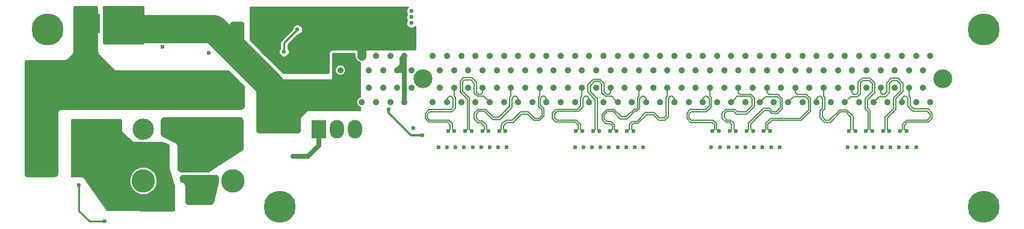
<source format=gbr>
%TF.GenerationSoftware,KiCad,Pcbnew,4.0.7*%
%TF.CreationDate,2018-05-23T21:05:09+03:00*%
%TF.ProjectId,Pci-e,5063692D652E6B696361645F70636200,rev?*%
%TF.FileFunction,Copper,L4,Bot,Mixed*%
%FSLAX46Y46*%
G04 Gerber Fmt 4.6, Leading zero omitted, Abs format (unit mm)*
G04 Created by KiCad (PCBNEW 4.0.7) date 05/23/18 21:05:09*
%MOMM*%
%LPD*%
G01*
G04 APERTURE LIST*
%ADD10C,0.100000*%
%ADD11C,0.900000*%
%ADD12C,2.650000*%
%ADD13R,1.960000X3.150000*%
%ADD14R,2.500000X1.800000*%
%ADD15R,3.000000X3.000000*%
%ADD16C,3.000000*%
%ADD17C,3.300000*%
%ADD18R,2.000000X2.600000*%
%ADD19O,2.000000X2.600000*%
%ADD20C,0.600000*%
%ADD21C,4.500000*%
%ADD22R,2.800000X2.800000*%
%ADD23C,2.800000*%
%ADD24C,0.300000*%
%ADD25C,0.250000*%
%ADD26C,0.700000*%
%ADD27C,1.300000*%
%ADD28C,1.000000*%
%ADD29C,4.000000*%
%ADD30C,0.800000*%
%ADD31C,0.152000*%
%ADD32C,0.500000*%
%ADD33C,0.650000*%
%ADD34C,0.150000*%
%ADD35C,0.254000*%
G04 APERTURE END LIST*
D10*
D11*
X-10649999Y-3260001D03*
X-11649999Y-1260001D03*
X-8649999Y-3260001D03*
X-6649999Y-3260001D03*
X-4649999Y-3260001D03*
X-2649999Y-3260001D03*
X-9649999Y-1260001D03*
X-7649999Y-1260001D03*
X-5649999Y-1260001D03*
X-3649999Y-1260001D03*
X-1649999Y-1260001D03*
X-11649999Y1239999D03*
X-10649999Y3239999D03*
X-8649999Y3239999D03*
X-9649999Y1239999D03*
X-6649999Y3239999D03*
X-7649999Y1239999D03*
X-2649999Y3239999D03*
X-3649999Y1239999D03*
X-5649999Y1239999D03*
X-4649999Y3239999D03*
X-1649999Y1239999D03*
X1350001Y-3260001D03*
X2350001Y-1260001D03*
X2350001Y1239999D03*
X1350001Y3239999D03*
D12*
X1Y-1D03*
D11*
X3350001Y-3260001D03*
X5350001Y-3260001D03*
X7350001Y-3260001D03*
X9350001Y-3260001D03*
X11350001Y-3260001D03*
X13350001Y-3260001D03*
X15350001Y-3260001D03*
X17350001Y-3260001D03*
X19350001Y-3260001D03*
X21350001Y-3260001D03*
X3350001Y3239999D03*
X5350001Y3239999D03*
X7350001Y3239999D03*
X9350001Y3239999D03*
X11350001Y3239999D03*
X13350001Y3239999D03*
X15350001Y3239999D03*
X17350001Y3239999D03*
X19350001Y3239999D03*
X21350001Y3239999D03*
X4350001Y1239999D03*
X6350001Y1239999D03*
X8350001Y1239999D03*
X10350001Y1239999D03*
X12350001Y1239999D03*
X14350001Y1239999D03*
X16350001Y1239999D03*
X18350001Y1239999D03*
X20350001Y1239999D03*
X4350001Y-1260001D03*
X6350001Y-1260001D03*
X8350001Y-1260001D03*
X10350001Y-1260001D03*
X12350001Y-1260001D03*
X14350001Y-1260001D03*
X16350001Y-1260001D03*
X18350001Y-1260001D03*
X20350001Y-1260001D03*
D12*
X73150001Y-1D03*
D11*
X22350001Y-1260001D03*
X23350001Y-3260001D03*
X24350001Y-1260001D03*
X25350001Y-3260001D03*
X26350001Y-1260001D03*
X27350001Y-3260001D03*
X28350001Y-1260001D03*
X29350001Y-3260001D03*
X30350001Y-1260001D03*
X31350001Y-3260001D03*
X32350001Y-1260001D03*
X33350001Y-3260001D03*
X34350001Y-1260001D03*
X35350001Y-3260001D03*
X36350001Y-1260001D03*
X37350001Y-3260001D03*
X38350001Y-1260001D03*
X39350001Y-3260001D03*
X40350001Y-1260001D03*
X41350001Y-3260001D03*
X42350001Y-1260001D03*
X43350001Y-3260001D03*
X44350001Y-1260001D03*
X45350001Y-3260001D03*
X46350001Y-1260001D03*
X47350001Y-3260001D03*
X48350001Y-1260001D03*
X49350001Y-3260001D03*
X50350001Y-1260001D03*
X51350001Y-3260001D03*
X52350001Y-1260001D03*
X53350001Y-3260001D03*
X54350001Y-1260001D03*
X55350001Y-3260001D03*
X56350001Y-1260001D03*
X57350001Y-3260001D03*
X58350001Y-1260001D03*
X59350001Y-3260001D03*
X60350001Y-1260001D03*
X61350001Y-3260001D03*
X62350001Y-1260001D03*
X63350001Y-3260001D03*
X64350001Y-1260001D03*
X65350001Y-3260001D03*
X66350001Y-1260001D03*
X67350001Y-3260001D03*
X68350001Y-1260001D03*
X69350001Y-3260001D03*
X70350001Y-1260001D03*
X71350001Y-3260001D03*
X22350001Y1239999D03*
X23350001Y3239999D03*
X24350001Y1239999D03*
X25350001Y3239999D03*
X26350001Y1239999D03*
X27350001Y3239999D03*
X28350001Y1239999D03*
X29350001Y3239999D03*
X30350001Y1239999D03*
X31350001Y3239999D03*
X32350001Y1239999D03*
X33350001Y3239999D03*
X34350001Y1239999D03*
X35350001Y3239999D03*
X36350001Y1239999D03*
X37350001Y3239999D03*
X38350001Y1239999D03*
X39350001Y3239999D03*
X40350001Y1239999D03*
X41350001Y3239999D03*
X42350001Y1239999D03*
X43350001Y3239999D03*
X44350001Y1239999D03*
X45350001Y3239999D03*
X46350001Y1239999D03*
X47350001Y3239999D03*
X48350001Y1239999D03*
X49350001Y3239999D03*
X50350001Y1239999D03*
X51350001Y3239999D03*
X52350001Y1239999D03*
X53350001Y3239999D03*
X54350001Y1239999D03*
X55350001Y3239999D03*
X56350001Y1239999D03*
X57350001Y3239999D03*
X58350001Y1239999D03*
X59350001Y3239999D03*
X60350001Y1239999D03*
X61350001Y3239999D03*
X62350001Y1239999D03*
X63350001Y3239999D03*
X64350001Y1239999D03*
X65350001Y3239999D03*
X66350001Y1239999D03*
X67350001Y3239999D03*
X68350001Y1239999D03*
X69350001Y3239999D03*
X70350001Y1239999D03*
X71350001Y3239999D03*
D13*
X-37650000Y-10910000D03*
X-32730000Y-10910000D03*
D14*
X-36210000Y-16420000D03*
X-32210000Y-16420000D03*
D15*
X-26790000Y-7080000D03*
D16*
X-30990000Y-7080000D03*
X-35190000Y-7080000D03*
X-39390000Y-7080000D03*
X-26790000Y-1580000D03*
X-30990000Y-1580000D03*
X-35190000Y-1580000D03*
X-39390000Y-1580000D03*
D17*
X-26790000Y-14380000D03*
X-39390000Y-14380000D03*
D18*
X-14660000Y-7090000D03*
D19*
X-12120000Y-7090000D03*
X-9580000Y-7090000D03*
D20*
X5900000Y-7360000D03*
X6800000Y-7360000D03*
X8300000Y-7360000D03*
X9200000Y-7360000D03*
X10700000Y-7360000D03*
X11600000Y-7360000D03*
X21500000Y-7360000D03*
X22400000Y-7360000D03*
X23900000Y-7360000D03*
X24800000Y-7360000D03*
X26300000Y-7360000D03*
X27200000Y-7360000D03*
X28700000Y-7360000D03*
X29600000Y-7360000D03*
X40700000Y-7360000D03*
X41600000Y-7360000D03*
X43100000Y-7360000D03*
X44000000Y-7360000D03*
X45500000Y-7360000D03*
X46400000Y-7360000D03*
X47900000Y-7360000D03*
X48800000Y-7360000D03*
X59900000Y-7360000D03*
X60800000Y-7360000D03*
X62300000Y-7360000D03*
X63200000Y-7360000D03*
X64700000Y-7360000D03*
X65600000Y-7360000D03*
X67100000Y-7360000D03*
X68000000Y-7360000D03*
D21*
X-52860000Y6990000D03*
X78840000Y6990000D03*
X78840000Y-18010000D03*
X-20160000Y-18010000D03*
D20*
X3500000Y-7360000D03*
X4400000Y-7360000D03*
D22*
X-46822000Y7786000D03*
D23*
X-41322000Y7786000D03*
D20*
X-1680000Y7880000D03*
X-1680000Y9560000D03*
X-1680000Y8720000D03*
X-4880000Y-4250000D03*
X-99265Y-7939265D03*
X59750000Y-9640000D03*
X62150000Y-9640000D03*
X60950000Y-9640000D03*
X63350000Y-9640000D03*
X64550000Y-9640000D03*
X65750000Y-9640000D03*
X66950000Y-9640000D03*
X68150000Y-9640000D03*
X69350000Y-9640000D03*
X48950000Y-9640000D03*
X46550000Y-9640000D03*
X44150000Y-9640000D03*
X41750000Y-9640000D03*
X29750000Y-9640000D03*
X27350000Y-9640000D03*
X24950000Y-9640000D03*
X22550000Y-9640000D03*
X11750000Y-9640000D03*
X10550000Y-9640000D03*
X9350000Y-9640000D03*
X8150000Y-9640000D03*
X6950000Y-9640000D03*
X5750000Y-9640000D03*
X4550000Y-9640000D03*
X3350000Y-9640000D03*
X2150000Y-9640000D03*
X50150000Y-9640000D03*
X47750000Y-9640000D03*
X45350000Y-9640000D03*
X42950000Y-9640000D03*
X40550000Y-9640000D03*
X30950000Y-9640000D03*
X28550000Y-9640000D03*
X26150000Y-9640000D03*
X23750000Y-9640000D03*
X21350000Y-9640000D03*
X-31470000Y-13930000D03*
X-55760000Y-8950000D03*
X-54610000Y-8950000D03*
X-53460000Y-4450000D03*
X-54610000Y-4450000D03*
X-52310000Y-8950000D03*
X-53460000Y-8950000D03*
X-55760000Y1550000D03*
X-55760000Y50000D03*
X-55760000Y-1450000D03*
X-55760000Y-2950000D03*
X-55760000Y-4450000D03*
X-55760000Y-5950000D03*
X-55760000Y-7450000D03*
X-55760000Y-10450000D03*
X-55760000Y-11950000D03*
X-55760000Y-13450000D03*
X-23530000Y4940000D03*
X-17500000Y-10920000D03*
X-18300000Y-10920000D03*
X-16980000Y4250000D03*
X-15920000Y4250000D03*
X-33770000Y-13930000D03*
X-29170000Y-13930000D03*
X-30320000Y-13930000D03*
X-32620000Y-13930000D03*
X-39680000Y10020000D03*
X-40830000Y10020000D03*
X-18060000Y-7220000D03*
X-19060000Y-7220000D03*
X-20060000Y-7220000D03*
X-21060000Y-7220000D03*
X-22060000Y-7220000D03*
X-23060000Y-7220000D03*
X-25710000Y6540000D03*
X-26710000Y6540000D03*
X-26710000Y7540000D03*
X-25710000Y7540000D03*
X-39680000Y7020000D03*
X-39680000Y8520000D03*
X-39680000Y5520000D03*
X-40830000Y5520000D03*
X-41980000Y5520000D03*
X-43130000Y5520000D03*
X-44280000Y5520000D03*
X-17700000Y6970000D03*
X-19590000Y3830000D03*
X-30150000Y3650000D03*
X-1410000Y-6920000D03*
X-36670000Y4500000D03*
X-43410000Y-7450000D03*
X-43410000Y-5950000D03*
X-44560000Y-5950000D03*
X-44560000Y-7450000D03*
X-44560000Y-10450000D03*
X-44560000Y-11950000D03*
X-43410000Y-11950000D03*
X-43410000Y-10450000D03*
X-43410000Y-8950000D03*
X-44560000Y-8950000D03*
X-45710000Y-8950000D03*
X-46860000Y-8950000D03*
X-48010000Y-8950000D03*
X-49160000Y-5950000D03*
X-49160000Y-7450000D03*
X-49160000Y-8950000D03*
X-49160000Y-13450000D03*
X-49160000Y-10450000D03*
X-49160000Y-11950000D03*
X-45710000Y-13450000D03*
X-48010000Y-13450000D03*
X-44800000Y-20070000D03*
X-48440000Y-14930000D03*
X-46860000Y-13450000D03*
D24*
X-1740735Y-7939265D02*
X-4880000Y-4800000D01*
X-4880000Y-4800000D02*
X-4880000Y-4250000D01*
X-99265Y-7939265D02*
X-1740735Y-7939265D01*
D25*
X-32620000Y-13930000D02*
X-31470000Y-13930000D01*
X-54610000Y-8950000D02*
X-55760000Y-8950000D01*
X-55760000Y-13450000D02*
X-55760000Y-11950000D01*
X-55660000Y-2490000D02*
X-55660000Y-1340000D01*
X-53190000Y-3780000D02*
X-41590000Y-3780000D01*
X-41590000Y-3780000D02*
X-39390000Y-1580000D01*
X-55660000Y-5940000D02*
X-55660000Y-7090000D01*
D26*
X-17500000Y-10920000D02*
X-16240000Y-10920000D01*
X-16240000Y-10920000D02*
X-14660000Y-9340000D01*
X-14660000Y-9340000D02*
X-14660000Y-7340000D01*
X-18300000Y-10920000D02*
X-17500000Y-10920000D01*
D27*
X-8649999Y3239999D02*
X-8649999Y4810000D01*
X-8649999Y4810000D02*
X-8649999Y8719999D01*
D25*
X-29170000Y-13930000D02*
X-30320000Y-13930000D01*
X-33770000Y-13930000D02*
X-32620000Y-13930000D01*
D28*
X-30990000Y-1580000D02*
X-35190000Y-1580000D01*
D29*
X-30990000Y-1580000D02*
X-28300000Y-1580000D01*
X-39390000Y-1580000D02*
X-30990000Y-1580000D01*
D30*
X-30320000Y-13930000D02*
X-31470000Y-13930000D01*
D25*
X-40830000Y8520000D02*
X-40830000Y10020000D01*
D29*
X-42830000Y7020000D02*
X-29470000Y7020000D01*
X-29470000Y7020000D02*
X-26510000Y4060000D01*
D25*
X-19060000Y-7220000D02*
X-18060000Y-7220000D01*
X-20060000Y-7220000D02*
X-19060000Y-7220000D01*
X-21060000Y-7220000D02*
X-20060000Y-7220000D01*
X-22060000Y-7220000D02*
X-21060000Y-7220000D01*
X-23060000Y-7220000D02*
X-22060000Y-7220000D01*
D29*
X-21540000Y-5670000D02*
X-20250002Y-5670000D01*
X-20250002Y-5670000D02*
X-16640002Y-2060000D01*
X-21540000Y-910000D02*
X-21540000Y-5670000D01*
X-21540000Y-910000D02*
X-26510000Y4060000D01*
D28*
X-26710000Y6540000D02*
X-26710000Y4260000D01*
X-26710000Y4260000D02*
X-26510000Y4060000D01*
X-25710000Y6540000D02*
X-25710000Y4860000D01*
X-25710000Y4860000D02*
X-26510000Y4060000D01*
X-26710000Y6540000D02*
X-25710000Y6540000D01*
X-25710000Y7540000D02*
X-26710000Y7540000D01*
D25*
X-17700000Y6970000D02*
X-19590000Y5080000D01*
X-19590000Y5080000D02*
X-19590000Y3830000D01*
D31*
X268000Y-4857040D02*
X827040Y-4298000D01*
X827040Y-4298000D02*
X3907040Y-4298000D01*
X268000Y-5572960D02*
X268000Y-4857040D01*
X797040Y-6102000D02*
X268000Y-5572960D01*
X3438878Y-6102000D02*
X797040Y-6102000D01*
X3500000Y-7360000D02*
X3798001Y-7061999D01*
X3798001Y-7061999D02*
X3798001Y-6461123D01*
X3798001Y-6461123D02*
X3438878Y-6102000D01*
X4220000Y-3985040D02*
X4220000Y-2730004D01*
X3350001Y-2760001D02*
X3350001Y-3260001D01*
X3907040Y-4298000D02*
X4220000Y-3985040D01*
X3949998Y-2460002D02*
X3650000Y-2460002D01*
X4220000Y-2730004D02*
X3949998Y-2460002D01*
X3650000Y-2460002D02*
X3350001Y-2760001D01*
X7639049Y-2464009D02*
X8554009Y-2464009D01*
X8554009Y-2464009D02*
X8564009Y-2474009D01*
X8564009Y-2474009D02*
X9350001Y-3260001D01*
X5792960Y-142000D02*
X5522000Y-412960D01*
X5522000Y-1737040D02*
X6501999Y-2717039D01*
X7639049Y-2464009D02*
X7198000Y-2022960D01*
X6501999Y-2717039D02*
X6501999Y-7061999D01*
X7198000Y-2022960D02*
X7198000Y-632960D01*
X7198000Y-632960D02*
X6707040Y-142000D01*
X6707040Y-142000D02*
X5792960Y-142000D01*
X5522000Y-412960D02*
X5522000Y-1737040D01*
X6501999Y-7061999D02*
X6800000Y-7360000D01*
X10782960Y-5692000D02*
X12480000Y-3994960D01*
X12480000Y-3994960D02*
X12480000Y-2730000D01*
X9747040Y-5692000D02*
X10782960Y-5692000D01*
X7872960Y-4552000D02*
X8607040Y-4552000D01*
X9200000Y-7360000D02*
X8901999Y-7061999D01*
X13350001Y-2760001D02*
X13350001Y-3260001D01*
X12480000Y-2730000D02*
X12750000Y-2460000D01*
X13050000Y-2460000D02*
X13350001Y-2760001D01*
X8901999Y-7061999D02*
X8901999Y-6517039D01*
X8901999Y-6517039D02*
X8245480Y-5860520D01*
X8245480Y-5860520D02*
X7815480Y-5860520D01*
X7815480Y-5860520D02*
X7472000Y-5517040D01*
X7472000Y-5517040D02*
X7472000Y-4952960D01*
X7472000Y-4952960D02*
X7872960Y-4552000D01*
X8607040Y-4552000D02*
X9747040Y-5692000D01*
X12750000Y-2460000D02*
X13050000Y-2460000D01*
X16422960Y-5822000D02*
X15547040Y-5822000D01*
X15547040Y-5822000D02*
X14667040Y-4942000D01*
X16992000Y-5252960D02*
X16422960Y-5822000D01*
X16992000Y-4237040D02*
X16992000Y-5252960D01*
X16480000Y-3725040D02*
X16992000Y-4237040D01*
X16480000Y-2730000D02*
X16480000Y-3725040D01*
X17350001Y-3260001D02*
X17350001Y-2760001D01*
X17350001Y-2760001D02*
X17050000Y-2460000D01*
X17050000Y-2460000D02*
X16750000Y-2460000D01*
X16750000Y-2460000D02*
X16480000Y-2730000D01*
X13812960Y-4942000D02*
X14667040Y-4942000D01*
X12632960Y-6122000D02*
X13812960Y-4942000D01*
X11732960Y-6122000D02*
X12632960Y-6122000D01*
X11600000Y-7360000D02*
X11301999Y-7061999D01*
X11301999Y-7061999D02*
X11301999Y-6552961D01*
X11301999Y-6552961D02*
X11732960Y-6122000D01*
X572000Y-4982960D02*
X952960Y-4602000D01*
X952960Y-4602000D02*
X4032960Y-4602000D01*
X572000Y-5447040D02*
X572000Y-4982960D01*
X922960Y-5798000D02*
X572000Y-5447040D01*
X3564798Y-5798000D02*
X922960Y-5798000D01*
X4101999Y-7061999D02*
X4101999Y-6335201D01*
X4400000Y-7360000D02*
X4101999Y-7061999D01*
X4101999Y-6335201D02*
X3564798Y-5798000D01*
X4032960Y-4602000D02*
X4524010Y-4110950D01*
X4524010Y-2604079D02*
X4350001Y-2430070D01*
X4524010Y-4110950D02*
X4524010Y-2604079D01*
X4350001Y-2430070D02*
X4350001Y-1260001D01*
X8090000Y-2160000D02*
X7764960Y-2160000D01*
X7764960Y-2160000D02*
X7502000Y-1897040D01*
X8350001Y-1899999D02*
X8090000Y-2160000D01*
X7502000Y-1897040D02*
X7502000Y-507040D01*
X8350001Y-1260001D02*
X8350001Y-1899999D01*
X6832960Y162000D02*
X5667040Y162000D01*
X6198001Y-7061999D02*
X5900000Y-7360000D01*
X5218000Y-287040D02*
X5218000Y-1862960D01*
X7502000Y-507040D02*
X6832960Y162000D01*
X5667040Y162000D02*
X5218000Y-287040D01*
X5218000Y-1862960D02*
X6198001Y-2842961D01*
X6198001Y-2842961D02*
X6198001Y-7061999D01*
X10657040Y-5388000D02*
X12175990Y-3869050D01*
X12175990Y-3869050D02*
X12175990Y-2604075D01*
X9872960Y-5388000D02*
X10657040Y-5388000D01*
X8598001Y-6642961D02*
X8119560Y-6164520D01*
X8300000Y-7360000D02*
X8598001Y-7061999D01*
X7168000Y-5642960D02*
X7168000Y-4827040D01*
X8598001Y-7061999D02*
X8598001Y-6642961D01*
X8119560Y-6164520D02*
X7689560Y-6164520D01*
X7689560Y-6164520D02*
X7168000Y-5642960D01*
X7168000Y-4827040D02*
X7747040Y-4248000D01*
X8732960Y-4248000D02*
X9872960Y-5388000D01*
X7747040Y-4248000D02*
X8732960Y-4248000D01*
X12175990Y-2604075D02*
X12350001Y-2430064D01*
X12350001Y-2430064D02*
X12350001Y-1260001D01*
X16297040Y-5518000D02*
X15672960Y-5518000D01*
X15672960Y-5518000D02*
X14792960Y-4638000D01*
X16688000Y-5127040D02*
X16297040Y-5518000D01*
X16688000Y-4362960D02*
X16688000Y-5127040D01*
X16175990Y-3850950D02*
X16688000Y-4362960D01*
X16175990Y-2604075D02*
X16175990Y-3850950D01*
X13687040Y-4638000D02*
X14792960Y-4638000D01*
X12507040Y-5818000D02*
X13687040Y-4638000D01*
X11607040Y-5818000D02*
X12507040Y-5818000D01*
X10700000Y-7360000D02*
X10998001Y-7061999D01*
X10998001Y-7061999D02*
X10998001Y-6427039D01*
X10998001Y-6427039D02*
X11607040Y-5818000D01*
X16175990Y-2604075D02*
X16350001Y-2430064D01*
X16350001Y-2430064D02*
X16350001Y-1260001D01*
D26*
X-32730000Y-10910000D02*
X-32730000Y-11510000D01*
X-32730000Y-10910000D02*
X-32730000Y-10310000D01*
D31*
X18158000Y-4777040D02*
X18687040Y-4248000D01*
X18687040Y-4248000D02*
X21737040Y-4248000D01*
X18158000Y-5582960D02*
X18158000Y-4777040D01*
X18677040Y-6102000D02*
X18158000Y-5582960D01*
X21407040Y-6102000D02*
X18677040Y-6102000D01*
X21737040Y-4248000D02*
X22175990Y-3809050D01*
X22175990Y-3809050D02*
X22175990Y-2604075D01*
X21798001Y-6492961D02*
X21407040Y-6102000D01*
X21500000Y-7360000D02*
X21798001Y-7061999D01*
X21798001Y-7061999D02*
X21798001Y-6492961D01*
X22175990Y-2604075D02*
X22350001Y-2430064D01*
X22350001Y-2430064D02*
X22350001Y-1260001D01*
X18462000Y-4902960D02*
X18812960Y-4552000D01*
X18812960Y-4552000D02*
X21862960Y-4552000D01*
X18462000Y-5457040D02*
X18462000Y-4902960D01*
X18802960Y-5798000D02*
X18462000Y-5457040D01*
X21532960Y-5798000D02*
X18802960Y-5798000D01*
X21862960Y-4552000D02*
X22480000Y-3934960D01*
X22480000Y-3934960D02*
X22480000Y-2730000D01*
X22101999Y-6367039D02*
X21532960Y-5798000D01*
X22400000Y-7360000D02*
X22101999Y-7061999D01*
X22101999Y-7061999D02*
X22101999Y-6367039D01*
X22750000Y-2460000D02*
X23050000Y-2460000D01*
X22480000Y-2730000D02*
X22750000Y-2460000D01*
X23050000Y-2460000D02*
X23350001Y-2760001D01*
X23350001Y-2760001D02*
X23350001Y-3260001D01*
X25442000Y-617040D02*
X25442000Y-1832000D01*
X25442000Y-1832000D02*
X25770000Y-2160000D01*
X24872960Y-48000D02*
X25442000Y-617040D01*
X23947040Y-48000D02*
X24872960Y-48000D01*
X23168000Y-827040D02*
X23947040Y-48000D01*
X23168000Y-1862960D02*
X23168000Y-827040D01*
X24198001Y-2892961D02*
X23168000Y-1862960D01*
X23900000Y-7360000D02*
X24198001Y-7061999D01*
X24198001Y-7061999D02*
X24198001Y-2892961D01*
X26090000Y-2160000D02*
X25770000Y-2160000D01*
X26350000Y-1900000D02*
X26090000Y-2160000D01*
X26350000Y-1896398D02*
X26350000Y-1900000D01*
X26350001Y-1260001D02*
X26350000Y-1896398D01*
X24501999Y-2767039D02*
X23472000Y-1737040D01*
X25643146Y-2464010D02*
X26554010Y-2464010D01*
X24800000Y-7360000D02*
X24501999Y-7061999D01*
X24501999Y-7061999D02*
X24501999Y-2767039D01*
X23472000Y-1737040D02*
X23472000Y-952960D01*
X26900002Y-2810002D02*
X27350001Y-3260001D01*
X23472000Y-952960D02*
X24072960Y-352000D01*
X24072960Y-352000D02*
X24747040Y-352000D01*
X25138000Y-1958864D02*
X25643146Y-2464010D01*
X26554010Y-2464010D02*
X26900002Y-2810002D01*
X24747040Y-352000D02*
X25138000Y-742960D01*
X25138000Y-742960D02*
X25138000Y-1958864D01*
X29897040Y-4278000D02*
X30175990Y-3999050D01*
X30175990Y-3999050D02*
X30175990Y-2604075D01*
X29637040Y-4278000D02*
X29897040Y-4278000D01*
X28577040Y-5338000D02*
X29637040Y-4278000D01*
X27872960Y-5338000D02*
X28577040Y-5338000D01*
X26812960Y-4278000D02*
X27872960Y-5338000D01*
X25837040Y-4278000D02*
X26812960Y-4278000D01*
X25178000Y-4937040D02*
X25837040Y-4278000D01*
X25178000Y-5732960D02*
X25178000Y-4937040D01*
X25727040Y-6282000D02*
X25178000Y-5732960D01*
X26287040Y-6282000D02*
X25727040Y-6282000D01*
X26598001Y-6592961D02*
X26287040Y-6282000D01*
X30350001Y-2430064D02*
X30350001Y-1260001D01*
X26300000Y-7360000D02*
X26598001Y-7061999D01*
X26598001Y-7061999D02*
X26598001Y-6592961D01*
X30175990Y-2604075D02*
X30350001Y-2430064D01*
X30022960Y-4582000D02*
X30480000Y-4124960D01*
X30480000Y-4124960D02*
X30480000Y-2730000D01*
X29762960Y-4582000D02*
X30022960Y-4582000D01*
X28702960Y-5642000D02*
X29762960Y-4582000D01*
X27747040Y-5642000D02*
X28702960Y-5642000D01*
X26687040Y-4582000D02*
X27747040Y-5642000D01*
X25962960Y-4582000D02*
X26687040Y-4582000D01*
X25482000Y-5062960D02*
X25962960Y-4582000D01*
X25482000Y-5607040D02*
X25482000Y-5062960D01*
X25852960Y-5978000D02*
X25482000Y-5607040D01*
X26412960Y-5978000D02*
X25852960Y-5978000D01*
X26901999Y-6467039D02*
X26412960Y-5978000D01*
X27200000Y-7360000D02*
X26901999Y-7061999D01*
X31050000Y-2460000D02*
X31350001Y-2760001D01*
X26901999Y-7061999D02*
X26901999Y-6467039D01*
X30480000Y-2730000D02*
X30750000Y-2460000D01*
X30750000Y-2460000D02*
X31050000Y-2460000D01*
X31350001Y-2760001D02*
X31350001Y-3260001D01*
X28700000Y-7360000D02*
X28998001Y-7061999D01*
X32512960Y-4738000D02*
X33262960Y-5488000D01*
X28998001Y-6387039D02*
X29439030Y-5946010D01*
X28998001Y-7061999D02*
X28998001Y-6387039D01*
X29439030Y-5946010D02*
X30099030Y-5946010D01*
X30099030Y-5946010D02*
X31307040Y-4738000D01*
X31307040Y-4738000D02*
X32512960Y-4738000D01*
X34175990Y-2604075D02*
X34350001Y-2430064D01*
X34350001Y-2430064D02*
X34350001Y-1260001D01*
X33262960Y-5488000D02*
X33889646Y-5488000D01*
X33889646Y-5488000D02*
X34175990Y-5201656D01*
X34175990Y-5201656D02*
X34175990Y-2604075D01*
X29564959Y-6250001D02*
X30224959Y-6250001D01*
X34480000Y-5327566D02*
X34480000Y-2730000D01*
X29301999Y-6512961D02*
X29564959Y-6250001D01*
X31432960Y-5042000D02*
X32387040Y-5042000D01*
X32387040Y-5042000D02*
X33137040Y-5792000D01*
X29301999Y-7061999D02*
X29301999Y-6512961D01*
X33137040Y-5792000D02*
X34015566Y-5792000D01*
X35050000Y-2460000D02*
X35350001Y-2760001D01*
X29600000Y-7360000D02*
X29301999Y-7061999D01*
X30224959Y-6250001D02*
X31432960Y-5042000D01*
X34015566Y-5792000D02*
X34480000Y-5327566D01*
X34480000Y-2730000D02*
X34750000Y-2460000D01*
X34750000Y-2460000D02*
X35050000Y-2460000D01*
X35350001Y-2760001D02*
X35350001Y-3260001D01*
X39350001Y-3260001D02*
X39350001Y-2760001D01*
X37098000Y-5575245D02*
X37634755Y-6112000D01*
X40219996Y-3785044D02*
X39717040Y-4288000D01*
X39350001Y-2760001D02*
X39650000Y-2460002D01*
X39650000Y-2460002D02*
X39949998Y-2460002D01*
X40219996Y-2730000D02*
X40219996Y-3785044D01*
X39949998Y-2460002D02*
X40219996Y-2730000D01*
X40677040Y-6112000D02*
X40998001Y-6432961D01*
X39717040Y-4288000D02*
X37567040Y-4288000D01*
X37567040Y-4288000D02*
X37098000Y-4757040D01*
X40998001Y-7061999D02*
X40700000Y-7360000D01*
X37098000Y-4757040D02*
X37098000Y-5575245D01*
X37634755Y-6112000D02*
X40677040Y-6112000D01*
X40998001Y-6432961D02*
X40998001Y-7061999D01*
X40524006Y-2604075D02*
X40524006Y-3910954D01*
X37760675Y-5808000D02*
X40802960Y-5808000D01*
X37402000Y-5449325D02*
X37760675Y-5808000D01*
X40350001Y-2430070D02*
X40524006Y-2604075D01*
X40350001Y-1260001D02*
X40350001Y-2430070D01*
X39842960Y-4592000D02*
X37692960Y-4592000D01*
X40524006Y-3910954D02*
X39842960Y-4592000D01*
X37692960Y-4592000D02*
X37402000Y-4882960D01*
X37402000Y-4882960D02*
X37402000Y-5449325D01*
X40802960Y-5808000D02*
X41301999Y-6307039D01*
X41301999Y-6307039D02*
X41301999Y-7061999D01*
X41301999Y-7061999D02*
X41600000Y-7360000D01*
X42597040Y-4248000D02*
X43825700Y-4248000D01*
X43825700Y-4248000D02*
X44245700Y-4668000D01*
X43100000Y-7360000D02*
X43398001Y-7061999D01*
X43398001Y-7061999D02*
X43398001Y-6382961D01*
X43398001Y-6382961D02*
X43117040Y-6102000D01*
X42624105Y-6102000D02*
X42065461Y-5543356D01*
X43117040Y-6102000D02*
X42624105Y-6102000D01*
X42065461Y-5543356D02*
X42065461Y-4779579D01*
X42065461Y-4779579D02*
X42597040Y-4248000D01*
X45407040Y-4668000D02*
X46308000Y-3767040D01*
X43800000Y-2810000D02*
X43350001Y-3260001D01*
X44245700Y-4668000D02*
X45407040Y-4668000D01*
X46308000Y-3767040D02*
X46308000Y-2795280D01*
X46308000Y-2795280D02*
X45976730Y-2464010D01*
X45976730Y-2464010D02*
X44145990Y-2464010D01*
X44145990Y-2464010D02*
X43800000Y-2810000D01*
X43350001Y-3260001D02*
X43350001Y-3259999D01*
X42722960Y-4552000D02*
X43642986Y-4552000D01*
X43701999Y-7061999D02*
X43701999Y-6257039D01*
X42750025Y-5798000D02*
X42369460Y-5417435D01*
X44000000Y-7360000D02*
X43701999Y-7061999D01*
X43701999Y-6257039D02*
X43242960Y-5798000D01*
X43242960Y-5798000D02*
X42750025Y-5798000D01*
X42369460Y-5417435D02*
X42369460Y-4905500D01*
X42369460Y-4905500D02*
X42722960Y-4552000D01*
X44062986Y-4972000D02*
X45532960Y-4972000D01*
X43642986Y-4552000D02*
X44062986Y-4972000D01*
X45532960Y-4972000D02*
X46612000Y-3892960D01*
X46612000Y-2669360D02*
X46102640Y-2160000D01*
X44350000Y-1970000D02*
X44350001Y-1260001D01*
X46102640Y-2160000D02*
X44540000Y-2160000D01*
X46612000Y-3892960D02*
X46612000Y-2669360D01*
X44540000Y-2160000D02*
X44350000Y-1970000D01*
X47800000Y-2810000D02*
X47350001Y-3260001D01*
X47871559Y-4143481D02*
X48748441Y-4143481D01*
X45500000Y-7360000D02*
X45798001Y-7061999D01*
X45798001Y-7061999D02*
X45798001Y-6217039D01*
X45798001Y-6217039D02*
X47871559Y-4143481D01*
X48748441Y-4143481D02*
X49192960Y-4588000D01*
X50228000Y-2882960D02*
X49815040Y-2470000D01*
X49687506Y-4588000D02*
X50228000Y-4047506D01*
X49192960Y-4588000D02*
X49687506Y-4588000D01*
X50228000Y-4047506D02*
X50228000Y-2882960D01*
X49815040Y-2470000D02*
X48140000Y-2470000D01*
X48140000Y-2470000D02*
X47800000Y-2810000D01*
X47997480Y-4447480D02*
X48622520Y-4447480D01*
X49940950Y-2165990D02*
X48605990Y-2165990D01*
X48350000Y-1910000D02*
X48350000Y-1896398D01*
X46101999Y-7061999D02*
X46101999Y-6342961D01*
X46400000Y-7360000D02*
X46101999Y-7061999D01*
X46101999Y-6342961D02*
X47997480Y-4447480D01*
X48622520Y-4447480D02*
X49067040Y-4892000D01*
X49067040Y-4892000D02*
X49813426Y-4892000D01*
X49813426Y-4892000D02*
X50532000Y-4173426D01*
X50532000Y-4173426D02*
X50532000Y-2757040D01*
X50532000Y-2757040D02*
X49940950Y-2165990D01*
X48605990Y-2165990D02*
X48350000Y-1910000D01*
X48350000Y-1896398D02*
X48350001Y-1260001D01*
X47900000Y-7360000D02*
X48198001Y-7061999D01*
X48198001Y-7061999D02*
X48198001Y-6267039D01*
X48198001Y-6267039D02*
X48927040Y-5538000D01*
X48927040Y-5538000D02*
X53047040Y-5538000D01*
X53047040Y-5538000D02*
X54198000Y-4387040D01*
X54198000Y-4387040D02*
X54198000Y-2892960D01*
X54198000Y-2892960D02*
X53775040Y-2470000D01*
X52140000Y-2470000D02*
X51800000Y-2810000D01*
X53775040Y-2470000D02*
X52140000Y-2470000D01*
X51800000Y-2810000D02*
X51350001Y-3260001D01*
X48501999Y-6392961D02*
X49052960Y-5842000D01*
X53172960Y-5842000D02*
X54502000Y-4512960D01*
X49052960Y-5842000D02*
X53172960Y-5842000D01*
X53900950Y-2165990D02*
X52605990Y-2165990D01*
X48501999Y-7061999D02*
X48501999Y-6392961D01*
X48800000Y-7360000D02*
X48501999Y-7061999D01*
X54502000Y-4512960D02*
X54502000Y-2767040D01*
X54502000Y-2767040D02*
X53900950Y-2165990D01*
X52605990Y-2165990D02*
X52350000Y-1910000D01*
X52350000Y-1910000D02*
X52350000Y-1896398D01*
X52350000Y-1896398D02*
X52350001Y-1260001D01*
X55868000Y-4437040D02*
X56220000Y-4085040D01*
X56220000Y-4085040D02*
X56220000Y-2730004D01*
X55868000Y-5472960D02*
X55868000Y-4437040D01*
X56507040Y-6112000D02*
X55868000Y-5472960D01*
X57272960Y-6112000D02*
X56507040Y-6112000D01*
X58732960Y-4652000D02*
X57272960Y-6112000D01*
X59477040Y-4652000D02*
X58732960Y-4652000D01*
X60198001Y-5372961D02*
X59477040Y-4652000D01*
X59900000Y-7360000D02*
X60198001Y-7061999D01*
X60198001Y-7061999D02*
X60198001Y-5372961D01*
X55350001Y-2760001D02*
X55350001Y-3260001D01*
X55650000Y-2460002D02*
X55350001Y-2760001D01*
X55949998Y-2460002D02*
X55650000Y-2460002D01*
X56220000Y-2730004D02*
X55949998Y-2460002D01*
X56172000Y-4562960D02*
X56524010Y-4210950D01*
X56524010Y-4210950D02*
X56524010Y-2604079D01*
X56172000Y-5347040D02*
X56172000Y-4562960D01*
X56632960Y-5808000D02*
X56172000Y-5347040D01*
X57147040Y-5808000D02*
X56632960Y-5808000D01*
X58607040Y-4348000D02*
X57147040Y-5808000D01*
X59602960Y-4348000D02*
X58607040Y-4348000D01*
X60501999Y-5247039D02*
X59602960Y-4348000D01*
X60800000Y-7360000D02*
X60501999Y-7061999D01*
X60501999Y-7061999D02*
X60501999Y-5247039D01*
X56350001Y-2430070D02*
X56350001Y-1260001D01*
X56524010Y-2604079D02*
X56350001Y-2430070D01*
X61492000Y-582960D02*
X61852960Y-222000D01*
X61852960Y-222000D02*
X62747040Y-222000D01*
X61492000Y-2075337D02*
X61492000Y-582960D01*
X59350001Y-3260001D02*
X60140000Y-2470000D01*
X60140000Y-2470000D02*
X61097337Y-2470000D01*
X61097337Y-2470000D02*
X61492000Y-2075337D01*
X62747040Y-222000D02*
X63198000Y-672960D01*
X62188000Y-2797040D02*
X62188000Y-4182960D01*
X63198000Y-672960D02*
X63198000Y-1787040D01*
X63198000Y-1787040D02*
X62188000Y-2797040D01*
X62188000Y-4182960D02*
X62598001Y-4592961D01*
X62598001Y-4592961D02*
X62598001Y-7061999D01*
X62598001Y-7061999D02*
X62300000Y-7360000D01*
X61188000Y-457040D02*
X61727040Y82000D01*
X61727040Y82000D02*
X62872960Y82000D01*
X61188000Y-1949417D02*
X61188000Y-457040D01*
X60350001Y-1260001D02*
X60350000Y-1900000D01*
X60350000Y-1900000D02*
X60615990Y-2165990D01*
X60615990Y-2165990D02*
X60971427Y-2165990D01*
X60971427Y-2165990D02*
X61188000Y-1949417D01*
X62492000Y-4057040D02*
X62901999Y-4467039D01*
X62872960Y82000D02*
X63502000Y-547040D01*
X63502000Y-547040D02*
X63502000Y-1912960D01*
X63502000Y-1912960D02*
X62492000Y-2922960D01*
X62492000Y-2922960D02*
X62492000Y-4057040D01*
X62901999Y-4467039D02*
X62901999Y-7061999D01*
X62901999Y-7061999D02*
X63200000Y-7360000D01*
X63350001Y-3260001D02*
X64140000Y-2470000D01*
X64140000Y-2470000D02*
X65036854Y-2470000D01*
X65552000Y-652960D02*
X65982960Y-222000D01*
X66687040Y-222000D02*
X67208000Y-742960D01*
X65036854Y-2470000D02*
X65552000Y-1954854D01*
X65552000Y-1954854D02*
X65552000Y-652960D01*
X65982960Y-222000D02*
X66687040Y-222000D01*
X66188000Y-2677040D02*
X66188000Y-4167040D01*
X67208000Y-742960D02*
X67208000Y-1657040D01*
X67208000Y-1657040D02*
X66188000Y-2677040D01*
X66188000Y-4167040D02*
X64998001Y-5357039D01*
X64998001Y-5357039D02*
X64998001Y-7061999D01*
X64998001Y-7061999D02*
X64700000Y-7360000D01*
X65248000Y-1827990D02*
X65248000Y-527040D01*
X64350001Y-1260001D02*
X64350000Y-1910000D01*
X64350000Y-1910000D02*
X64605990Y-2165990D01*
X64605990Y-2165990D02*
X64910000Y-2165990D01*
X64910000Y-2165990D02*
X65248000Y-1827990D01*
X65857040Y82000D02*
X65248000Y-527040D01*
X66812960Y82000D02*
X65857040Y82000D01*
X67512000Y-617040D02*
X66812960Y82000D01*
X67512000Y-1782960D02*
X67512000Y-617040D01*
X66492000Y-2802960D02*
X67512000Y-1782960D01*
X66492000Y-4292960D02*
X66492000Y-2802960D01*
X65301999Y-5482961D02*
X66492000Y-4292960D01*
X65600000Y-7360000D02*
X65301999Y-7061999D01*
X65301999Y-7061999D02*
X65301999Y-5482961D01*
X68887040Y-4542000D02*
X68220000Y-3874960D01*
X68220000Y-3874960D02*
X68220000Y-2730004D01*
X70927040Y-4542000D02*
X68887040Y-4542000D01*
X71318000Y-4932960D02*
X70927040Y-4542000D01*
X71318000Y-5407040D02*
X71318000Y-4932960D01*
X70927040Y-5798000D02*
X71318000Y-5407040D01*
X68027040Y-5798000D02*
X70927040Y-5798000D01*
X67398001Y-6427039D02*
X68027040Y-5798000D01*
X67100000Y-7360000D02*
X67398001Y-7061999D01*
X67398001Y-7061999D02*
X67398001Y-6427039D01*
X67949998Y-2460002D02*
X67650000Y-2460002D01*
X68220000Y-2730004D02*
X67949998Y-2460002D01*
X67650000Y-2460002D02*
X67350001Y-2760001D01*
X67350001Y-2760001D02*
X67350001Y-3260001D01*
X69012960Y-4238000D02*
X68524010Y-3749050D01*
X68524010Y-3749050D02*
X68524010Y-2604079D01*
X71052960Y-4238000D02*
X69012960Y-4238000D01*
X71622000Y-4807040D02*
X71052960Y-4238000D01*
X71622000Y-5532960D02*
X71622000Y-4807040D01*
X71052960Y-6102000D02*
X71622000Y-5532960D01*
X68152960Y-6102000D02*
X71052960Y-6102000D01*
X67701999Y-6552961D02*
X68152960Y-6102000D01*
X68000000Y-7360000D02*
X67701999Y-7061999D01*
X67701999Y-7061999D02*
X67701999Y-6552961D01*
X68350001Y-2430070D02*
X68350001Y-1260001D01*
X68524010Y-2604079D02*
X68350001Y-2430070D01*
D25*
X-37650000Y-10910000D02*
X-37650000Y-11350000D01*
D26*
X-37650000Y-10910000D02*
X-37650000Y-10310000D01*
X-37650000Y-10910000D02*
X-37650000Y-11510000D01*
X-37650000Y-10910000D02*
X-37650000Y-11390000D01*
D32*
X-35480000Y-16010000D02*
X-35830000Y-16010000D01*
D25*
X-43410000Y-5950000D02*
X-43410000Y-7450000D01*
X-44560000Y-7450000D02*
X-44560000Y-5950000D01*
X-44560000Y-11950000D02*
X-44560000Y-10450000D01*
X-44560000Y-8950000D02*
X-43410000Y-8950000D01*
X-45710000Y-8950000D02*
X-44560000Y-8950000D01*
X-48010000Y-8950000D02*
X-46860000Y-8950000D01*
X-49160000Y-8950000D02*
X-49160000Y-7450000D01*
X-49160000Y-11950000D02*
X-49160000Y-10450000D01*
X-48010000Y-13450000D02*
X-48010000Y-11950000D01*
X-44800000Y-20070000D02*
X-46940000Y-20070000D01*
X-46940000Y-20070000D02*
X-48440000Y-18570000D01*
X-48440000Y-15354264D02*
X-48440000Y-18570000D01*
X-48440000Y-14930000D02*
X-48440000Y-15354264D01*
D33*
X-3649999Y1239999D02*
X-2980000Y1909998D01*
X-2980000Y1909998D02*
X-2980000Y2909998D01*
X-2980000Y2909998D02*
X-2649999Y3239999D01*
X-2649999Y-3260001D02*
X-2649999Y1070000D01*
X-2649999Y1070000D02*
X-2649999Y3239999D01*
X-3649999Y1239999D02*
X-3013603Y1239999D01*
X-3013603Y1239999D02*
X-2843604Y1070000D01*
X-2843604Y1070000D02*
X-2649999Y1070000D01*
D34*
G36*
X-25797018Y-5454564D02*
X-25627668Y-5488382D01*
X-25490390Y-5580216D01*
X-25398671Y-5717578D01*
X-25365000Y-5886951D01*
X-25365000Y-9702806D01*
X-25389066Y-9846850D01*
X-25455640Y-9969693D01*
X-25563185Y-10068500D01*
X-30081960Y-13013111D01*
X-30197731Y-13066647D01*
X-30323959Y-13085000D01*
X-34062612Y-13085000D01*
X-34232079Y-13051291D01*
X-34369481Y-12959481D01*
X-34461291Y-12822079D01*
X-34495000Y-12652612D01*
X-34495000Y-9486450D01*
X-34496381Y-9472125D01*
X-34532861Y-9284644D01*
X-34543603Y-9258085D01*
X-34647720Y-9097961D01*
X-34667638Y-9077367D01*
X-34824199Y-8967966D01*
X-34836732Y-8960893D01*
X-35770269Y-8546542D01*
X-35789778Y-8537332D01*
X-36594170Y-8134341D01*
X-36723587Y-8036197D01*
X-36805219Y-7903997D01*
X-36835000Y-7744320D01*
X-36835000Y-5876338D01*
X-36813286Y-5739318D01*
X-36752988Y-5621053D01*
X-36659082Y-5527226D01*
X-36540766Y-5467032D01*
X-36403727Y-5445436D01*
X-25797018Y-5454564D01*
X-25797018Y-5454564D01*
G37*
X-25797018Y-5454564D02*
X-25627668Y-5488382D01*
X-25490390Y-5580216D01*
X-25398671Y-5717578D01*
X-25365000Y-5886951D01*
X-25365000Y-9702806D01*
X-25389066Y-9846850D01*
X-25455640Y-9969693D01*
X-25563185Y-10068500D01*
X-30081960Y-13013111D01*
X-30197731Y-13066647D01*
X-30323959Y-13085000D01*
X-34062612Y-13085000D01*
X-34232079Y-13051291D01*
X-34369481Y-12959481D01*
X-34461291Y-12822079D01*
X-34495000Y-12652612D01*
X-34495000Y-9486450D01*
X-34496381Y-9472125D01*
X-34532861Y-9284644D01*
X-34543603Y-9258085D01*
X-34647720Y-9097961D01*
X-34667638Y-9077367D01*
X-34824199Y-8967966D01*
X-34836732Y-8960893D01*
X-35770269Y-8546542D01*
X-35789778Y-8537332D01*
X-36594170Y-8134341D01*
X-36723587Y-8036197D01*
X-36805219Y-7903997D01*
X-36835000Y-7744320D01*
X-36835000Y-5876338D01*
X-36813286Y-5739318D01*
X-36752988Y-5621053D01*
X-36659082Y-5527226D01*
X-36540766Y-5467032D01*
X-36403727Y-5445436D01*
X-25797018Y-5454564D01*
G36*
X-42603592Y-5709679D02*
X-42547295Y-5747295D01*
X-42509679Y-5803592D01*
X-42495000Y-5877388D01*
X-42495000Y-7257429D01*
X-42494313Y-7267557D01*
X-42485196Y-7334454D01*
X-42479776Y-7353970D01*
X-42453090Y-7415989D01*
X-42442645Y-7433343D01*
X-42400337Y-7485959D01*
X-42393456Y-7493421D01*
X-40943876Y-8865993D01*
X-40932692Y-8874733D01*
X-40853314Y-8925453D01*
X-40827061Y-8935910D01*
X-40734550Y-8953657D01*
X-40720420Y-8955000D01*
X-36675577Y-8955000D01*
X-36596419Y-8970321D01*
X-35890418Y-9254257D01*
X-35840976Y-9283313D01*
X-35806062Y-9321426D01*
X-35783873Y-9368106D01*
X-35775538Y-9424843D01*
X-35784884Y-12461922D01*
X-35784073Y-12473151D01*
X-35773098Y-12547184D01*
X-35770616Y-12558165D01*
X-34994320Y-15090828D01*
X-34985000Y-15153039D01*
X-34985000Y-18383835D01*
X-34994466Y-18443561D01*
X-35019222Y-18492110D01*
X-35057776Y-18530624D01*
X-35106348Y-18555328D01*
X-35166090Y-18564733D01*
X-44373567Y-18555142D01*
X-44434383Y-18545250D01*
X-44483584Y-18519534D01*
X-44526422Y-18475250D01*
X-47114509Y-14761226D01*
X-41315333Y-14761226D01*
X-41022887Y-15469000D01*
X-40481849Y-16010984D01*
X-39774586Y-16304665D01*
X-39008774Y-16305333D01*
X-38301000Y-16012887D01*
X-37759016Y-15471849D01*
X-37465335Y-14764586D01*
X-37464667Y-13998774D01*
X-37757113Y-13291000D01*
X-38298151Y-12749016D01*
X-39005414Y-12455335D01*
X-39771226Y-12454667D01*
X-40479000Y-12747113D01*
X-41020984Y-13288151D01*
X-41314665Y-13995414D01*
X-41315333Y-14761226D01*
X-47114509Y-14761226D01*
X-47683855Y-13944190D01*
X-47691492Y-13934914D01*
X-47747012Y-13877540D01*
X-47766203Y-13863208D01*
X-47836980Y-13826262D01*
X-47859710Y-13818711D01*
X-47938525Y-13805962D01*
X-47950501Y-13805000D01*
X-49342612Y-13805000D01*
X-49416408Y-13790321D01*
X-49472705Y-13752705D01*
X-49510321Y-13696408D01*
X-49525000Y-13622612D01*
X-49525000Y-5877388D01*
X-49510321Y-5803592D01*
X-49472705Y-5747295D01*
X-49416408Y-5709679D01*
X-49342612Y-5695000D01*
X-42677388Y-5695000D01*
X-42603592Y-5709679D01*
X-42603592Y-5709679D01*
G37*
X-42603592Y-5709679D02*
X-42547295Y-5747295D01*
X-42509679Y-5803592D01*
X-42495000Y-5877388D01*
X-42495000Y-7257429D01*
X-42494313Y-7267557D01*
X-42485196Y-7334454D01*
X-42479776Y-7353970D01*
X-42453090Y-7415989D01*
X-42442645Y-7433343D01*
X-42400337Y-7485959D01*
X-42393456Y-7493421D01*
X-40943876Y-8865993D01*
X-40932692Y-8874733D01*
X-40853314Y-8925453D01*
X-40827061Y-8935910D01*
X-40734550Y-8953657D01*
X-40720420Y-8955000D01*
X-36675577Y-8955000D01*
X-36596419Y-8970321D01*
X-35890418Y-9254257D01*
X-35840976Y-9283313D01*
X-35806062Y-9321426D01*
X-35783873Y-9368106D01*
X-35775538Y-9424843D01*
X-35784884Y-12461922D01*
X-35784073Y-12473151D01*
X-35773098Y-12547184D01*
X-35770616Y-12558165D01*
X-34994320Y-15090828D01*
X-34985000Y-15153039D01*
X-34985000Y-18383835D01*
X-34994466Y-18443561D01*
X-35019222Y-18492110D01*
X-35057776Y-18530624D01*
X-35106348Y-18555328D01*
X-35166090Y-18564733D01*
X-44373567Y-18555142D01*
X-44434383Y-18545250D01*
X-44483584Y-18519534D01*
X-44526422Y-18475250D01*
X-47114509Y-14761226D01*
X-41315333Y-14761226D01*
X-41022887Y-15469000D01*
X-40481849Y-16010984D01*
X-39774586Y-16304665D01*
X-39008774Y-16305333D01*
X-38301000Y-16012887D01*
X-37759016Y-15471849D01*
X-37465335Y-14764586D01*
X-37464667Y-13998774D01*
X-37757113Y-13291000D01*
X-38298151Y-12749016D01*
X-39005414Y-12455335D01*
X-39771226Y-12454667D01*
X-40479000Y-12747113D01*
X-41020984Y-13288151D01*
X-41314665Y-13995414D01*
X-41315333Y-14761226D01*
X-47114509Y-14761226D01*
X-47683855Y-13944190D01*
X-47691492Y-13934914D01*
X-47747012Y-13877540D01*
X-47766203Y-13863208D01*
X-47836980Y-13826262D01*
X-47859710Y-13818711D01*
X-47938525Y-13805962D01*
X-47950501Y-13805000D01*
X-49342612Y-13805000D01*
X-49416408Y-13790321D01*
X-49472705Y-13752705D01*
X-49510321Y-13696408D01*
X-49525000Y-13622612D01*
X-49525000Y-5877388D01*
X-49510321Y-5803592D01*
X-49472705Y-5747295D01*
X-49416408Y-5709679D01*
X-49342612Y-5695000D01*
X-42677388Y-5695000D01*
X-42603592Y-5709679D01*
D35*
G36*
X-39397000Y10137491D02*
X-39397000Y5222509D01*
X-39412467Y5144749D01*
X-39449430Y5089430D01*
X-39504749Y5052467D01*
X-39582509Y5037000D01*
X-44837491Y5037000D01*
X-44915251Y5052467D01*
X-44970570Y5089430D01*
X-45007533Y5144749D01*
X-45023000Y5222509D01*
X-45023000Y10137491D01*
X-45009970Y10203000D01*
X-39410030Y10203000D01*
X-39397000Y10137491D01*
X-39397000Y10137491D01*
G37*
X-39397000Y10137491D02*
X-39397000Y5222509D01*
X-39412467Y5144749D01*
X-39449430Y5089430D01*
X-39504749Y5052467D01*
X-39582509Y5037000D01*
X-44837491Y5037000D01*
X-44915251Y5052467D01*
X-44970570Y5089430D01*
X-45007533Y5144749D01*
X-45023000Y5222509D01*
X-45023000Y10137491D01*
X-45009970Y10203000D01*
X-39410030Y10203000D01*
X-39397000Y10137491D01*
D25*
G36*
X-17637431Y-4785807D02*
X-17516567Y-4866567D01*
X-17435807Y-4987431D01*
X-17405000Y-5142310D01*
X-17405000Y-7157690D01*
X-17435807Y-7312569D01*
X-17516567Y-7433433D01*
X-17637431Y-7514193D01*
X-17792310Y-7545000D01*
X-23027690Y-7545000D01*
X-23182569Y-7514193D01*
X-23303433Y-7433433D01*
X-23384193Y-7312569D01*
X-23415000Y-7157690D01*
X-23415000Y-5142310D01*
X-23384193Y-4987431D01*
X-23303433Y-4866567D01*
X-23182569Y-4785807D01*
X-23027690Y-4755000D01*
X-17792310Y-4755000D01*
X-17637431Y-4785807D01*
X-17637431Y-4785807D01*
G37*
X-17637431Y-4785807D02*
X-17516567Y-4866567D01*
X-17435807Y-4987431D01*
X-17405000Y-5142310D01*
X-17405000Y-7157690D01*
X-17435807Y-7312569D01*
X-17516567Y-7433433D01*
X-17637431Y-7514193D01*
X-17792310Y-7545000D01*
X-23027690Y-7545000D01*
X-23182569Y-7514193D01*
X-23303433Y-7433433D01*
X-23384193Y-7312569D01*
X-23415000Y-7157690D01*
X-23415000Y-5142310D01*
X-23384193Y-4987431D01*
X-23303433Y-4866567D01*
X-23182569Y-4785807D01*
X-23027690Y-4755000D01*
X-17792310Y-4755000D01*
X-17637431Y-4785807D01*
D34*
G36*
X-9574999Y3239999D02*
X-9504588Y2886017D01*
X-9304073Y2585925D01*
X-9003981Y2385410D01*
X-8825000Y2349809D01*
X-8825000Y-2547858D01*
X-9060142Y-2645017D01*
X-9264266Y-2848785D01*
X-9374873Y-3115157D01*
X-9375125Y-3403580D01*
X-9264983Y-3670144D01*
X-9061215Y-3874268D01*
X-8825000Y-3972353D01*
X-8825000Y-4402613D01*
X-8832067Y-4438140D01*
X-8848006Y-4461994D01*
X-8871860Y-4477933D01*
X-8907387Y-4485000D01*
X-16349096Y-4485000D01*
X-16379503Y-4479893D01*
X-16401012Y-4468166D01*
X-16417507Y-4450060D01*
X-16427184Y-4427557D01*
X-16429443Y-4396804D01*
X-16348626Y-3530909D01*
X-16348503Y-3518444D01*
X-16352143Y-3468892D01*
X-16358041Y-3444760D01*
X-16377668Y-3399115D01*
X-16391126Y-3378233D01*
X-16424587Y-3341504D01*
X-16444127Y-3326164D01*
X-16487750Y-3302380D01*
X-16511231Y-3294265D01*
X-16560231Y-3286036D01*
X-16572652Y-3285000D01*
X-20632613Y-3285000D01*
X-20668140Y-3277933D01*
X-20691994Y-3261994D01*
X-20707933Y-3238140D01*
X-20715000Y-3202613D01*
X-20715000Y-217387D01*
X-20707933Y-181860D01*
X-20691994Y-158006D01*
X-20668140Y-142067D01*
X-20632613Y-135000D01*
X-12950000Y-135000D01*
X-12935368Y-133559D01*
X-12877965Y-122141D01*
X-12850929Y-110942D01*
X-12802266Y-78426D01*
X-12781574Y-57734D01*
X-12749058Y-9071D01*
X-12737859Y17965D01*
X-12726441Y75368D01*
X-12725000Y90000D01*
X-12725000Y1096420D01*
X-12375125Y1096420D01*
X-12264983Y829856D01*
X-12061215Y625732D01*
X-11794843Y515125D01*
X-11506420Y514873D01*
X-11239856Y625015D01*
X-11035732Y828783D01*
X-10925125Y1095155D01*
X-10924873Y1383578D01*
X-11035015Y1650142D01*
X-11238783Y1854266D01*
X-11505155Y1964873D01*
X-11793578Y1965125D01*
X-12060142Y1854983D01*
X-12264266Y1651215D01*
X-12374873Y1384843D01*
X-12375125Y1096420D01*
X-12725000Y1096420D01*
X-12725000Y3532613D01*
X-12717933Y3568140D01*
X-12701994Y3591994D01*
X-12678140Y3607933D01*
X-12642613Y3615000D01*
X-9574999Y3615000D01*
X-9574999Y3239999D01*
X-9574999Y3239999D01*
G37*
X-9574999Y3239999D02*
X-9504588Y2886017D01*
X-9304073Y2585925D01*
X-9003981Y2385410D01*
X-8825000Y2349809D01*
X-8825000Y-2547858D01*
X-9060142Y-2645017D01*
X-9264266Y-2848785D01*
X-9374873Y-3115157D01*
X-9375125Y-3403580D01*
X-9264983Y-3670144D01*
X-9061215Y-3874268D01*
X-8825000Y-3972353D01*
X-8825000Y-4402613D01*
X-8832067Y-4438140D01*
X-8848006Y-4461994D01*
X-8871860Y-4477933D01*
X-8907387Y-4485000D01*
X-16349096Y-4485000D01*
X-16379503Y-4479893D01*
X-16401012Y-4468166D01*
X-16417507Y-4450060D01*
X-16427184Y-4427557D01*
X-16429443Y-4396804D01*
X-16348626Y-3530909D01*
X-16348503Y-3518444D01*
X-16352143Y-3468892D01*
X-16358041Y-3444760D01*
X-16377668Y-3399115D01*
X-16391126Y-3378233D01*
X-16424587Y-3341504D01*
X-16444127Y-3326164D01*
X-16487750Y-3302380D01*
X-16511231Y-3294265D01*
X-16560231Y-3286036D01*
X-16572652Y-3285000D01*
X-20632613Y-3285000D01*
X-20668140Y-3277933D01*
X-20691994Y-3261994D01*
X-20707933Y-3238140D01*
X-20715000Y-3202613D01*
X-20715000Y-217387D01*
X-20707933Y-181860D01*
X-20691994Y-158006D01*
X-20668140Y-142067D01*
X-20632613Y-135000D01*
X-12950000Y-135000D01*
X-12935368Y-133559D01*
X-12877965Y-122141D01*
X-12850929Y-110942D01*
X-12802266Y-78426D01*
X-12781574Y-57734D01*
X-12749058Y-9071D01*
X-12737859Y17965D01*
X-12726441Y75368D01*
X-12725000Y90000D01*
X-12725000Y1096420D01*
X-12375125Y1096420D01*
X-12264983Y829856D01*
X-12061215Y625732D01*
X-11794843Y515125D01*
X-11506420Y514873D01*
X-11239856Y625015D01*
X-11035732Y828783D01*
X-10925125Y1095155D01*
X-10924873Y1383578D01*
X-11035015Y1650142D01*
X-11238783Y1854266D01*
X-11505155Y1964873D01*
X-11793578Y1965125D01*
X-12060142Y1854983D01*
X-12264266Y1651215D01*
X-12374873Y1384843D01*
X-12375125Y1096420D01*
X-12725000Y1096420D01*
X-12725000Y3532613D01*
X-12717933Y3568140D01*
X-12701994Y3591994D01*
X-12678140Y3607933D01*
X-12642613Y3615000D01*
X-9574999Y3615000D01*
X-9574999Y3239999D01*
G36*
X-29039402Y-13636426D02*
X-28911732Y-13721732D01*
X-28826426Y-13849402D01*
X-28795000Y-14007388D01*
X-28795000Y-14402086D01*
X-28809539Y-14517115D01*
X-29534615Y-17339736D01*
X-29593459Y-17472802D01*
X-29687959Y-17575016D01*
X-29810474Y-17641114D01*
X-29953989Y-17665000D01*
X-32992612Y-17665000D01*
X-33162079Y-17631291D01*
X-33299481Y-17539481D01*
X-33391291Y-17402079D01*
X-33425000Y-17232612D01*
X-33425000Y-15130521D01*
X-33426350Y-15116355D01*
X-33462024Y-14930879D01*
X-33472534Y-14904569D01*
X-33574466Y-14745559D01*
X-33593985Y-14725025D01*
X-33747629Y-14615172D01*
X-33759938Y-14608031D01*
X-33910943Y-14538651D01*
X-34047039Y-14441345D01*
X-34133400Y-14306624D01*
X-34165000Y-14142332D01*
X-34165000Y-14007388D01*
X-34133574Y-13849402D01*
X-34048268Y-13721732D01*
X-33920598Y-13636426D01*
X-33762612Y-13605000D01*
X-29197388Y-13605000D01*
X-29039402Y-13636426D01*
X-29039402Y-13636426D01*
G37*
X-29039402Y-13636426D02*
X-28911732Y-13721732D01*
X-28826426Y-13849402D01*
X-28795000Y-14007388D01*
X-28795000Y-14402086D01*
X-28809539Y-14517115D01*
X-29534615Y-17339736D01*
X-29593459Y-17472802D01*
X-29687959Y-17575016D01*
X-29810474Y-17641114D01*
X-29953989Y-17665000D01*
X-32992612Y-17665000D01*
X-33162079Y-17631291D01*
X-33299481Y-17539481D01*
X-33391291Y-17402079D01*
X-33425000Y-17232612D01*
X-33425000Y-15130521D01*
X-33426350Y-15116355D01*
X-33462024Y-14930879D01*
X-33472534Y-14904569D01*
X-33574466Y-14745559D01*
X-33593985Y-14725025D01*
X-33747629Y-14615172D01*
X-33759938Y-14608031D01*
X-33910943Y-14538651D01*
X-34047039Y-14441345D01*
X-34133400Y-14306624D01*
X-34165000Y-14142332D01*
X-34165000Y-14007388D01*
X-34133574Y-13849402D01*
X-34048268Y-13721732D01*
X-33920598Y-13636426D01*
X-33762612Y-13605000D01*
X-29197388Y-13605000D01*
X-29039402Y-13636426D01*
D24*
G36*
X-25250000Y-1089087D02*
X-25250000Y-3815226D01*
X-25279357Y-3962815D01*
X-25354591Y-4075409D01*
X-25467185Y-4150643D01*
X-25614774Y-4180000D01*
X-49085226Y-4180000D01*
X-49232815Y-4150643D01*
X-49345409Y-4075409D01*
X-49420643Y-3962815D01*
X-49450000Y-3815226D01*
X-49450000Y655226D01*
X-49420643Y802815D01*
X-49345409Y915409D01*
X-49232815Y990643D01*
X-49085226Y1020000D01*
X-27359088Y1020000D01*
X-25250000Y-1089087D01*
X-25250000Y-1089087D01*
G37*
X-25250000Y-1089087D02*
X-25250000Y-3815226D01*
X-25279357Y-3962815D01*
X-25354591Y-4075409D01*
X-25467185Y-4150643D01*
X-25614774Y-4180000D01*
X-49085226Y-4180000D01*
X-49232815Y-4150643D01*
X-49345409Y-4075409D01*
X-49420643Y-3962815D01*
X-49450000Y-3815226D01*
X-49450000Y655226D01*
X-49420643Y802815D01*
X-49345409Y915409D01*
X-49232815Y990643D01*
X-49085226Y1020000D01*
X-27359088Y1020000D01*
X-25250000Y-1089087D01*
D35*
G36*
X-25337636Y6167000D02*
X-27083000Y6167000D01*
X-27083000Y7913000D01*
X-25346366Y7913000D01*
X-25337636Y6167000D01*
X-25337636Y6167000D01*
G37*
X-25337636Y6167000D02*
X-27083000Y6167000D01*
X-27083000Y7913000D01*
X-25346366Y7913000D01*
X-25337636Y6167000D01*
G36*
X-2304434Y9978022D02*
X-2416872Y9707242D01*
X-2417128Y9414045D01*
X-2305163Y9143068D01*
X-2302276Y9140176D01*
X-2304434Y9138022D01*
X-2416872Y8867242D01*
X-2417128Y8574045D01*
X-2305163Y8303068D01*
X-2302276Y8300176D01*
X-2304434Y8298022D01*
X-2416872Y8027242D01*
X-2417128Y7734045D01*
X-2305163Y7463068D01*
X-2098022Y7255566D01*
X-1827242Y7143128D01*
X-1534045Y7142872D01*
X-1263068Y7254837D01*
X-1157000Y7360720D01*
X-1157000Y4322509D01*
X-1172467Y4244749D01*
X-1209430Y4189430D01*
X-1264749Y4152467D01*
X-1342509Y4137000D01*
X-12870000Y4137000D01*
X-12894776Y4134560D01*
X-13009581Y4111724D01*
X-13055363Y4092761D01*
X-13152690Y4027729D01*
X-13187729Y3992690D01*
X-13252761Y3895363D01*
X-13271724Y3849581D01*
X-13294560Y3734776D01*
X-13297000Y3710000D01*
X-13297000Y1062509D01*
X-13312467Y984749D01*
X-13349430Y929430D01*
X-13404749Y892467D01*
X-13482509Y877000D01*
X-19633227Y877000D01*
X-19710987Y892467D01*
X-19776910Y936516D01*
X-22524439Y3684045D01*
X-20327128Y3684045D01*
X-20215163Y3413068D01*
X-20008022Y3205566D01*
X-19737242Y3093128D01*
X-19444045Y3092872D01*
X-19173068Y3204837D01*
X-18965566Y3411978D01*
X-18853128Y3682758D01*
X-18852872Y3975955D01*
X-18964837Y4246932D01*
X-19028000Y4310205D01*
X-19028000Y4847212D01*
X-17642263Y6232949D01*
X-17554045Y6232872D01*
X-17283068Y6344837D01*
X-17075566Y6551978D01*
X-16963128Y6822758D01*
X-16962872Y7115955D01*
X-17074837Y7386932D01*
X-17281978Y7594434D01*
X-17552758Y7706872D01*
X-17845955Y7707128D01*
X-18116932Y7595163D01*
X-18324434Y7388022D01*
X-18436872Y7117242D01*
X-18436950Y7027838D01*
X-19987394Y5477394D01*
X-20109220Y5295068D01*
X-20152000Y5080000D01*
X-20152000Y4310347D01*
X-20214434Y4248022D01*
X-20326872Y3977242D01*
X-20327128Y3684045D01*
X-22524439Y3684045D01*
X-24283484Y5443090D01*
X-24327533Y5509013D01*
X-24343000Y5586773D01*
X-24343000Y10089871D01*
X-24342504Y10093000D01*
X-2189256Y10093000D01*
X-2304434Y9978022D01*
X-2304434Y9978022D01*
G37*
X-2304434Y9978022D02*
X-2416872Y9707242D01*
X-2417128Y9414045D01*
X-2305163Y9143068D01*
X-2302276Y9140176D01*
X-2304434Y9138022D01*
X-2416872Y8867242D01*
X-2417128Y8574045D01*
X-2305163Y8303068D01*
X-2302276Y8300176D01*
X-2304434Y8298022D01*
X-2416872Y8027242D01*
X-2417128Y7734045D01*
X-2305163Y7463068D01*
X-2098022Y7255566D01*
X-1827242Y7143128D01*
X-1534045Y7142872D01*
X-1263068Y7254837D01*
X-1157000Y7360720D01*
X-1157000Y4322509D01*
X-1172467Y4244749D01*
X-1209430Y4189430D01*
X-1264749Y4152467D01*
X-1342509Y4137000D01*
X-12870000Y4137000D01*
X-12894776Y4134560D01*
X-13009581Y4111724D01*
X-13055363Y4092761D01*
X-13152690Y4027729D01*
X-13187729Y3992690D01*
X-13252761Y3895363D01*
X-13271724Y3849581D01*
X-13294560Y3734776D01*
X-13297000Y3710000D01*
X-13297000Y1062509D01*
X-13312467Y984749D01*
X-13349430Y929430D01*
X-13404749Y892467D01*
X-13482509Y877000D01*
X-19633227Y877000D01*
X-19710987Y892467D01*
X-19776910Y936516D01*
X-22524439Y3684045D01*
X-20327128Y3684045D01*
X-20215163Y3413068D01*
X-20008022Y3205566D01*
X-19737242Y3093128D01*
X-19444045Y3092872D01*
X-19173068Y3204837D01*
X-18965566Y3411978D01*
X-18853128Y3682758D01*
X-18852872Y3975955D01*
X-18964837Y4246932D01*
X-19028000Y4310205D01*
X-19028000Y4847212D01*
X-17642263Y6232949D01*
X-17554045Y6232872D01*
X-17283068Y6344837D01*
X-17075566Y6551978D01*
X-16963128Y6822758D01*
X-16962872Y7115955D01*
X-17074837Y7386932D01*
X-17281978Y7594434D01*
X-17552758Y7706872D01*
X-17845955Y7707128D01*
X-18116932Y7595163D01*
X-18324434Y7388022D01*
X-18436872Y7117242D01*
X-18436950Y7027838D01*
X-19987394Y5477394D01*
X-20109220Y5295068D01*
X-20152000Y5080000D01*
X-20152000Y4310347D01*
X-20214434Y4248022D01*
X-20326872Y3977242D01*
X-20327128Y3684045D01*
X-22524439Y3684045D01*
X-24283484Y5443090D01*
X-24327533Y5509013D01*
X-24343000Y5586773D01*
X-24343000Y10089871D01*
X-24342504Y10093000D01*
X-2189256Y10093000D01*
X-2304434Y9978022D01*
D25*
G36*
X-45945807Y10092569D02*
X-45915000Y9937690D01*
X-45915000Y3877107D01*
X-45912598Y3852721D01*
X-45874538Y3661379D01*
X-45855874Y3616319D01*
X-45747487Y3454107D01*
X-45731941Y3435165D01*
X-43533543Y1236767D01*
X-43445807Y1105462D01*
X-43415000Y950583D01*
X-43415000Y-3817690D01*
X-43445807Y-3972569D01*
X-43526567Y-4093433D01*
X-43647431Y-4174193D01*
X-43802310Y-4205000D01*
X-50899471Y-4205000D01*
X-50919038Y-4206541D01*
X-51073647Y-4231045D01*
X-51110865Y-4243146D01*
X-51250319Y-4314258D01*
X-51281969Y-4337274D01*
X-51392601Y-4448022D01*
X-51415584Y-4479698D01*
X-51486548Y-4619228D01*
X-51498610Y-4656458D01*
X-51522950Y-4811093D01*
X-51524470Y-4830661D01*
X-51515540Y-13269758D01*
X-51535270Y-13395100D01*
X-51588270Y-13499310D01*
X-51670899Y-13582025D01*
X-51775057Y-13635139D01*
X-51900373Y-13655000D01*
X-55747996Y-13655000D01*
X-55902822Y-13624216D01*
X-56005000Y-13555976D01*
X-56005000Y2506330D01*
X-55989272Y2522068D01*
X-55885141Y2575149D01*
X-55759856Y2595000D01*
X-50457107Y2595000D01*
X-50432721Y2597402D01*
X-50241379Y2635462D01*
X-50196319Y2654126D01*
X-50034107Y2762513D01*
X-50015165Y2778059D01*
X-49358059Y3435165D01*
X-49342513Y3454107D01*
X-49234126Y3616319D01*
X-49215462Y3661379D01*
X-49177402Y3852721D01*
X-49175000Y3877107D01*
X-49175000Y9937690D01*
X-49144193Y10092569D01*
X-49102477Y10155000D01*
X-45987523Y10155000D01*
X-45945807Y10092569D01*
X-45945807Y10092569D01*
G37*
X-45945807Y10092569D02*
X-45915000Y9937690D01*
X-45915000Y3877107D01*
X-45912598Y3852721D01*
X-45874538Y3661379D01*
X-45855874Y3616319D01*
X-45747487Y3454107D01*
X-45731941Y3435165D01*
X-43533543Y1236767D01*
X-43445807Y1105462D01*
X-43415000Y950583D01*
X-43415000Y-3817690D01*
X-43445807Y-3972569D01*
X-43526567Y-4093433D01*
X-43647431Y-4174193D01*
X-43802310Y-4205000D01*
X-50899471Y-4205000D01*
X-50919038Y-4206541D01*
X-51073647Y-4231045D01*
X-51110865Y-4243146D01*
X-51250319Y-4314258D01*
X-51281969Y-4337274D01*
X-51392601Y-4448022D01*
X-51415584Y-4479698D01*
X-51486548Y-4619228D01*
X-51498610Y-4656458D01*
X-51522950Y-4811093D01*
X-51524470Y-4830661D01*
X-51515540Y-13269758D01*
X-51535270Y-13395100D01*
X-51588270Y-13499310D01*
X-51670899Y-13582025D01*
X-51775057Y-13635139D01*
X-51900373Y-13655000D01*
X-55747996Y-13655000D01*
X-55902822Y-13624216D01*
X-56005000Y-13555976D01*
X-56005000Y2506330D01*
X-55989272Y2522068D01*
X-55885141Y2575149D01*
X-55759856Y2595000D01*
X-50457107Y2595000D01*
X-50432721Y2597402D01*
X-50241379Y2635462D01*
X-50196319Y2654126D01*
X-50034107Y2762513D01*
X-50015165Y2778059D01*
X-49358059Y3435165D01*
X-49342513Y3454107D01*
X-49234126Y3616319D01*
X-49215462Y3661379D01*
X-49177402Y3852721D01*
X-49175000Y3877107D01*
X-49175000Y9937690D01*
X-49144193Y10092569D01*
X-49102477Y10155000D01*
X-45987523Y10155000D01*
X-45945807Y10092569D01*
M02*

</source>
